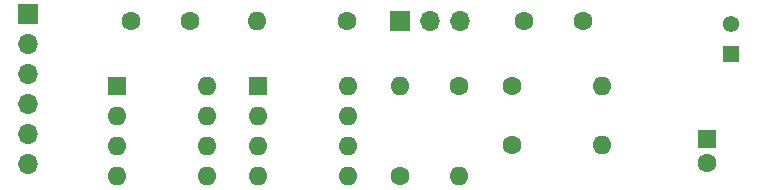
<source format=gbs>
G04 #@! TF.GenerationSoftware,KiCad,Pcbnew,(5.1.10)-1*
G04 #@! TF.CreationDate,2022-03-26T09:57:36-04:00*
G04 #@! TF.ProjectId,Microphone Amplifier,4d696372-6f70-4686-9f6e-6520416d706c,rev?*
G04 #@! TF.SameCoordinates,Original*
G04 #@! TF.FileFunction,Soldermask,Bot*
G04 #@! TF.FilePolarity,Negative*
%FSLAX46Y46*%
G04 Gerber Fmt 4.6, Leading zero omitted, Abs format (unit mm)*
G04 Created by KiCad (PCBNEW (5.1.10)-1) date 2022-03-26 09:57:36*
%MOMM*%
%LPD*%
G01*
G04 APERTURE LIST*
%ADD10C,1.600000*%
%ADD11R,1.600000X1.600000*%
%ADD12O,1.600000X1.600000*%
%ADD13C,1.378000*%
%ADD14R,1.378000X1.378000*%
%ADD15O,1.700000X1.700000*%
%ADD16R,1.700000X1.700000*%
G04 APERTURE END LIST*
D10*
X156000000Y-122500000D03*
D11*
X156000000Y-120500000D03*
D12*
X113620000Y-116000000D03*
X106000000Y-123620000D03*
X113620000Y-118540000D03*
X106000000Y-121080000D03*
X113620000Y-121080000D03*
X106000000Y-118540000D03*
X113620000Y-123620000D03*
D11*
X106000000Y-116000000D03*
D12*
X125620000Y-116000000D03*
X118000000Y-123620000D03*
X125620000Y-118540000D03*
X118000000Y-121080000D03*
X125620000Y-121080000D03*
X118000000Y-118540000D03*
X125620000Y-123620000D03*
D11*
X118000000Y-116000000D03*
D12*
X147120000Y-121000000D03*
D10*
X139500000Y-121000000D03*
D12*
X117880000Y-110500000D03*
D10*
X125500000Y-110500000D03*
D12*
X147120000Y-116000000D03*
D10*
X139500000Y-116000000D03*
D12*
X130000000Y-116000000D03*
D10*
X130000000Y-123620000D03*
D12*
X135000000Y-123620000D03*
D10*
X135000000Y-116000000D03*
D13*
X158000000Y-110730000D03*
D14*
X158000000Y-113270000D03*
D15*
X135080000Y-110500000D03*
X132540000Y-110500000D03*
D16*
X130000000Y-110500000D03*
D15*
X98500000Y-122620000D03*
X98500000Y-120080000D03*
X98500000Y-117540000D03*
X98500000Y-115000000D03*
X98500000Y-112460000D03*
D16*
X98500000Y-109920000D03*
D10*
X145500000Y-110500000D03*
X140500000Y-110500000D03*
X107250000Y-110500000D03*
X112250000Y-110500000D03*
M02*

</source>
